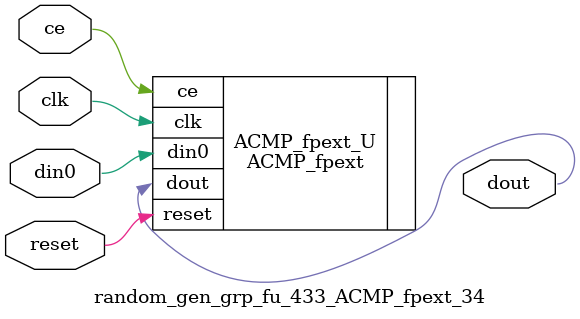
<source format=v>

`timescale 1 ns / 1 ps
module random_gen_grp_fu_433_ACMP_fpext_34(
    clk,
    reset,
    ce,
    din0,
    dout);

parameter ID = 32'd1;
parameter NUM_STAGE = 32'd1;
parameter din0_WIDTH = 32'd1;
parameter dout_WIDTH = 32'd1;
input clk;
input reset;
input ce;
input[din0_WIDTH - 1:0] din0;
output[dout_WIDTH - 1:0] dout;



ACMP_fpext #(
.ID( ID ),
.NUM_STAGE( 2 ),
.din0_WIDTH( din0_WIDTH ),
.dout_WIDTH( dout_WIDTH ))
ACMP_fpext_U(
    .clk( clk ),
    .reset( reset ),
    .ce( ce ),
    .din0( din0 ),
    .dout( dout ));

endmodule

</source>
